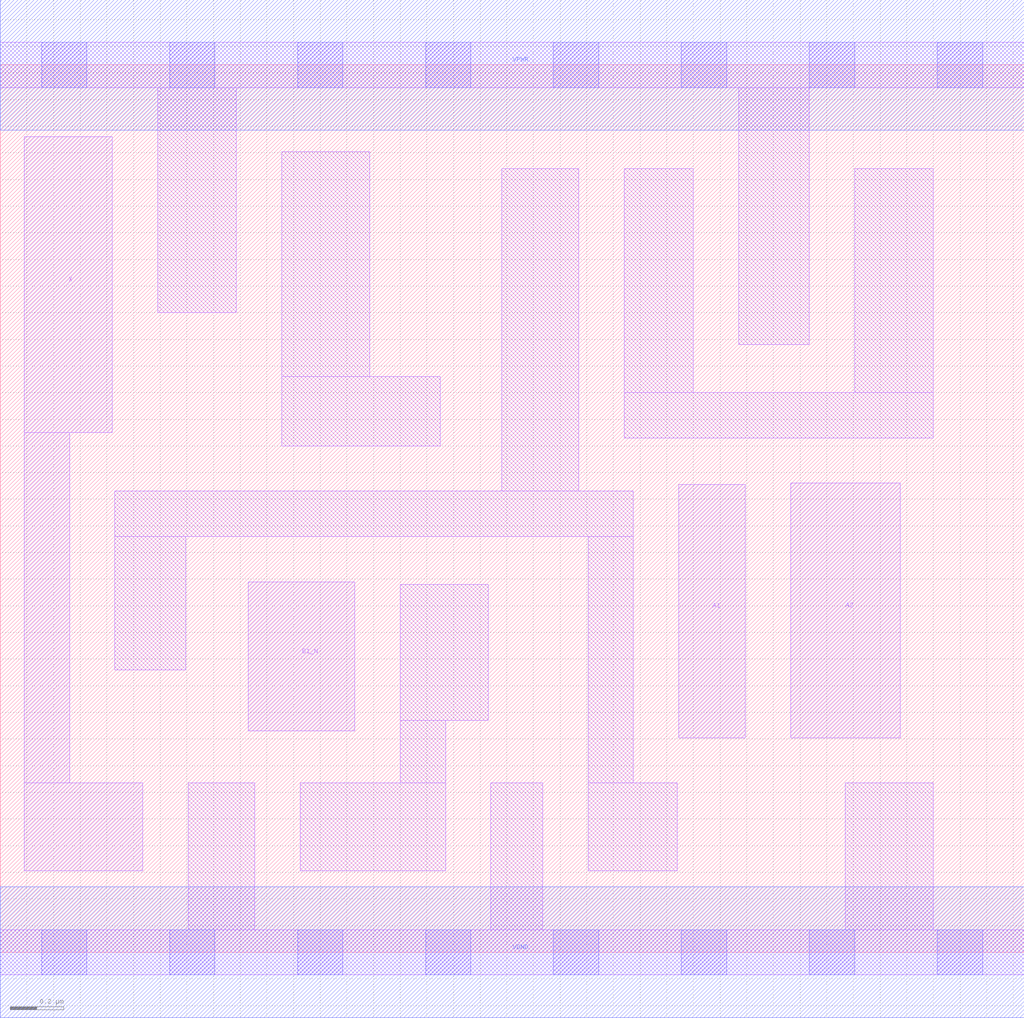
<source format=lef>
# Copyright 2020 The SkyWater PDK Authors
#
# Licensed under the Apache License, Version 2.0 (the "License");
# you may not use this file except in compliance with the License.
# You may obtain a copy of the License at
#
#     https://www.apache.org/licenses/LICENSE-2.0
#
# Unless required by applicable law or agreed to in writing, software
# distributed under the License is distributed on an "AS IS" BASIS,
# WITHOUT WARRANTIES OR CONDITIONS OF ANY KIND, either express or implied.
# See the License for the specific language governing permissions and
# limitations under the License.
#
# SPDX-License-Identifier: Apache-2.0

VERSION 5.7 ;
  NAMESCASESENSITIVE ON ;
  NOWIREEXTENSIONATPIN ON ;
  DIVIDERCHAR "/" ;
  BUSBITCHARS "[]" ;
UNITS
  DATABASE MICRONS 200 ;
END UNITS
MACRO sky130_fd_sc_lp__a21bo_0
  CLASS CORE ;
  FOREIGN sky130_fd_sc_lp__a21bo_0 ;
  ORIGIN  0.000000  0.000000 ;
  SIZE  3.840000 BY  3.330000 ;
  SYMMETRY X Y R90 ;
  SITE unit ;
  PIN A1
    ANTENNAGATEAREA  0.159000 ;
    DIRECTION INPUT ;
    USE SIGNAL ;
    PORT
      LAYER li1 ;
        RECT 2.545000 0.805000 2.795000 1.755000 ;
    END
  END A1
  PIN A2
    ANTENNAGATEAREA  0.159000 ;
    DIRECTION INPUT ;
    USE SIGNAL ;
    PORT
      LAYER li1 ;
        RECT 2.965000 0.805000 3.375000 1.760000 ;
    END
  END A2
  PIN B1_N
    ANTENNAGATEAREA  0.126000 ;
    DIRECTION INPUT ;
    USE SIGNAL ;
    PORT
      LAYER li1 ;
        RECT 0.930000 0.830000 1.330000 1.390000 ;
    END
  END B1_N
  PIN X
    ANTENNADIFFAREA  0.280900 ;
    DIRECTION OUTPUT ;
    USE SIGNAL ;
    PORT
      LAYER li1 ;
        RECT 0.090000 0.305000 0.535000 0.635000 ;
        RECT 0.090000 0.635000 0.260000 1.950000 ;
        RECT 0.090000 1.950000 0.420000 3.060000 ;
    END
  END X
  PIN VGND
    DIRECTION INOUT ;
    USE GROUND ;
    PORT
      LAYER met1 ;
        RECT 0.000000 -0.245000 3.840000 0.245000 ;
    END
  END VGND
  PIN VPWR
    DIRECTION INOUT ;
    USE POWER ;
    PORT
      LAYER met1 ;
        RECT 0.000000 3.085000 3.840000 3.575000 ;
    END
  END VPWR
  OBS
    LAYER li1 ;
      RECT 0.000000 -0.085000 3.840000 0.085000 ;
      RECT 0.000000  3.245000 3.840000 3.415000 ;
      RECT 0.430000  1.060000 0.695000 1.560000 ;
      RECT 0.430000  1.560000 2.375000 1.730000 ;
      RECT 0.590000  2.400000 0.885000 3.245000 ;
      RECT 0.705000  0.085000 0.955000 0.635000 ;
      RECT 1.055000  1.900000 1.650000 2.160000 ;
      RECT 1.055000  2.160000 1.385000 3.005000 ;
      RECT 1.125000  0.305000 1.670000 0.635000 ;
      RECT 1.500000  0.635000 1.670000 0.870000 ;
      RECT 1.500000  0.870000 1.830000 1.380000 ;
      RECT 1.840000  0.085000 2.035000 0.635000 ;
      RECT 1.880000  1.730000 2.170000 2.940000 ;
      RECT 2.205000  0.305000 2.540000 0.635000 ;
      RECT 2.205000  0.635000 2.375000 1.560000 ;
      RECT 2.340000  1.930000 3.500000 2.100000 ;
      RECT 2.340000  2.100000 2.600000 2.940000 ;
      RECT 2.770000  2.280000 3.035000 3.245000 ;
      RECT 3.170000  0.085000 3.500000 0.635000 ;
      RECT 3.205000  2.100000 3.500000 2.940000 ;
    LAYER mcon ;
      RECT 0.155000 -0.085000 0.325000 0.085000 ;
      RECT 0.155000  3.245000 0.325000 3.415000 ;
      RECT 0.635000 -0.085000 0.805000 0.085000 ;
      RECT 0.635000  3.245000 0.805000 3.415000 ;
      RECT 1.115000 -0.085000 1.285000 0.085000 ;
      RECT 1.115000  3.245000 1.285000 3.415000 ;
      RECT 1.595000 -0.085000 1.765000 0.085000 ;
      RECT 1.595000  3.245000 1.765000 3.415000 ;
      RECT 2.075000 -0.085000 2.245000 0.085000 ;
      RECT 2.075000  3.245000 2.245000 3.415000 ;
      RECT 2.555000 -0.085000 2.725000 0.085000 ;
      RECT 2.555000  3.245000 2.725000 3.415000 ;
      RECT 3.035000 -0.085000 3.205000 0.085000 ;
      RECT 3.035000  3.245000 3.205000 3.415000 ;
      RECT 3.515000 -0.085000 3.685000 0.085000 ;
      RECT 3.515000  3.245000 3.685000 3.415000 ;
  END
END sky130_fd_sc_lp__a21bo_0
END LIBRARY

</source>
